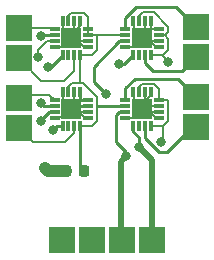
<source format=gtl>
G04 #@! TF.GenerationSoftware,KiCad,Pcbnew,7.0.1-3b83917a11~172~ubuntu22.04.1*
G04 #@! TF.CreationDate,2023-07-24T14:11:42+02:00*
G04 #@! TF.ProjectId,mag_touch2x2,6d61675f-746f-4756-9368-3278322e6b69,rev?*
G04 #@! TF.SameCoordinates,Original*
G04 #@! TF.FileFunction,Copper,L1,Top*
G04 #@! TF.FilePolarity,Positive*
%FSLAX46Y46*%
G04 Gerber Fmt 4.6, Leading zero omitted, Abs format (unit mm)*
G04 Created by KiCad (PCBNEW 7.0.1-3b83917a11~172~ubuntu22.04.1) date 2023-07-24 14:11:42*
%MOMM*%
%LPD*%
G01*
G04 APERTURE LIST*
G04 Aperture macros list*
%AMRoundRect*
0 Rectangle with rounded corners*
0 $1 Rounding radius*
0 $2 $3 $4 $5 $6 $7 $8 $9 X,Y pos of 4 corners*
0 Add a 4 corners polygon primitive as box body*
4,1,4,$2,$3,$4,$5,$6,$7,$8,$9,$2,$3,0*
0 Add four circle primitives for the rounded corners*
1,1,$1+$1,$2,$3*
1,1,$1+$1,$4,$5*
1,1,$1+$1,$6,$7*
1,1,$1+$1,$8,$9*
0 Add four rect primitives between the rounded corners*
20,1,$1+$1,$2,$3,$4,$5,0*
20,1,$1+$1,$4,$5,$6,$7,0*
20,1,$1+$1,$6,$7,$8,$9,0*
20,1,$1+$1,$8,$9,$2,$3,0*%
G04 Aperture macros list end*
G04 #@! TA.AperFunction,ComponentPad*
%ADD10R,2.286000X2.286000*%
G04 #@! TD*
G04 #@! TA.AperFunction,SMDPad,CuDef*
%ADD11RoundRect,0.007800X-0.412200X-0.122200X0.412200X-0.122200X0.412200X0.122200X-0.412200X0.122200X0*%
G04 #@! TD*
G04 #@! TA.AperFunction,SMDPad,CuDef*
%ADD12RoundRect,0.007800X0.122200X-0.412200X0.122200X0.412200X-0.122200X0.412200X-0.122200X-0.412200X0*%
G04 #@! TD*
G04 #@! TA.AperFunction,SMDPad,CuDef*
%ADD13R,1.680000X1.680000*%
G04 #@! TD*
G04 #@! TA.AperFunction,SMDPad,CuDef*
%ADD14RoundRect,0.225000X0.225000X0.250000X-0.225000X0.250000X-0.225000X-0.250000X0.225000X-0.250000X0*%
G04 #@! TD*
G04 #@! TA.AperFunction,ViaPad*
%ADD15C,0.800000*%
G04 #@! TD*
G04 #@! TA.AperFunction,Conductor*
%ADD16C,0.500000*%
G04 #@! TD*
G04 #@! TA.AperFunction,Conductor*
%ADD17C,0.250000*%
G04 #@! TD*
G04 #@! TA.AperFunction,Conductor*
%ADD18C,0.200000*%
G04 #@! TD*
G04 #@! TA.AperFunction,Conductor*
%ADD19C,1.000000*%
G04 #@! TD*
G04 APERTURE END LIST*
D10*
X32512000Y-44540000D03*
X32512000Y-42000000D03*
D11*
X26565000Y-42250000D03*
X26565000Y-42750000D03*
X26565000Y-43250000D03*
X26565000Y-43750000D03*
D12*
X27250000Y-44435000D03*
X27750000Y-44435000D03*
X28250000Y-44435000D03*
X28750000Y-44435000D03*
D11*
X29435000Y-43750000D03*
X29435000Y-43250000D03*
X29435000Y-42750000D03*
X29435000Y-42250000D03*
D12*
X28750000Y-41565000D03*
X28250000Y-41565000D03*
X27750000Y-41565000D03*
X27250000Y-41565000D03*
D13*
X28000000Y-43000000D03*
D14*
X23075000Y-54200000D03*
X21525000Y-54200000D03*
D11*
X26565000Y-48250000D03*
X26565000Y-48750000D03*
X26565000Y-49250000D03*
X26565000Y-49750000D03*
D12*
X27250000Y-50435000D03*
X27750000Y-50435000D03*
X28250000Y-50435000D03*
X28750000Y-50435000D03*
D11*
X29435000Y-49750000D03*
X29435000Y-49250000D03*
X29435000Y-48750000D03*
X29435000Y-48250000D03*
D12*
X28750000Y-47565000D03*
X28250000Y-47565000D03*
X27750000Y-47565000D03*
X27250000Y-47565000D03*
D13*
X28000000Y-49000000D03*
D10*
X17526000Y-50600000D03*
X17526000Y-48060000D03*
D11*
X20565000Y-48250000D03*
X20565000Y-48750000D03*
X20565000Y-49250000D03*
X20565000Y-49750000D03*
D12*
X21250000Y-50435000D03*
X21750000Y-50435000D03*
X22250000Y-50435000D03*
X22750000Y-50435000D03*
D11*
X23435000Y-49750000D03*
X23435000Y-49250000D03*
X23435000Y-48750000D03*
X23435000Y-48250000D03*
D12*
X22750000Y-47565000D03*
X22250000Y-47565000D03*
X21750000Y-47565000D03*
X21250000Y-47565000D03*
D13*
X22000000Y-49000000D03*
D10*
X28810000Y-60100000D03*
X26270000Y-60100000D03*
X23730000Y-60100000D03*
X21190000Y-60100000D03*
X17526000Y-44704000D03*
X17526000Y-42164000D03*
X32512000Y-50470000D03*
X32512000Y-47930000D03*
D11*
X20565000Y-42250000D03*
X20565000Y-42750000D03*
X20565000Y-43250000D03*
X20565000Y-43750000D03*
D12*
X21250000Y-44435000D03*
X21750000Y-44435000D03*
X22250000Y-44435000D03*
X22750000Y-44435000D03*
D11*
X23435000Y-43750000D03*
X23435000Y-43250000D03*
X23435000Y-42750000D03*
X23435000Y-42250000D03*
D12*
X22750000Y-41565000D03*
X22250000Y-41565000D03*
X21750000Y-41565000D03*
X21250000Y-41565000D03*
D13*
X22000000Y-43000000D03*
D15*
X28000000Y-43000000D03*
X28000000Y-49000000D03*
X22000000Y-49000000D03*
X22000000Y-43000000D03*
X19800000Y-54000000D03*
X29600000Y-51800000D03*
X30200000Y-45000500D03*
X19443000Y-48499500D03*
X19386562Y-42829500D03*
X24892000Y-47752000D03*
X26600000Y-53000000D03*
X19200000Y-44600000D03*
X19400000Y-50000000D03*
X20000000Y-45400000D03*
X20400000Y-50800000D03*
X27677511Y-52167561D03*
X26000000Y-45200000D03*
D16*
X27677511Y-52167561D02*
X28810000Y-53300050D01*
X28810000Y-53300050D02*
X28810000Y-60100000D01*
X26270000Y-60100000D02*
X26162000Y-59992000D01*
X26162000Y-59992000D02*
X26162000Y-53438000D01*
X26162000Y-53438000D02*
X26600000Y-53000000D01*
D17*
X28250000Y-50435000D02*
X28250000Y-51475305D01*
X28250000Y-51475305D02*
X29374695Y-52600000D01*
X29374695Y-52600000D02*
X30070000Y-52600000D01*
X30070000Y-52600000D02*
X32200000Y-50470000D01*
X32200000Y-50470000D02*
X32512000Y-50470000D01*
X26565000Y-48250000D02*
X26565000Y-47244950D01*
X26565000Y-47244950D02*
X27389950Y-46420000D01*
X27389950Y-46420000D02*
X31002000Y-46420000D01*
X31002000Y-46420000D02*
X32512000Y-47930000D01*
D18*
X22250000Y-50435000D02*
X22250000Y-51018630D01*
X22250000Y-51018630D02*
X21468630Y-51800000D01*
X21468630Y-51800000D02*
X18726000Y-51800000D01*
X18726000Y-51800000D02*
X17526000Y-50600000D01*
X20565000Y-48250000D02*
X20114500Y-47799500D01*
X20114500Y-47799500D02*
X17860500Y-47799500D01*
X17860500Y-47799500D02*
X17600000Y-48060000D01*
X22250000Y-44435000D02*
X22250000Y-45750000D01*
X22250000Y-45750000D02*
X21400000Y-46600000D01*
X21400000Y-46600000D02*
X19422000Y-46600000D01*
X19422000Y-46600000D02*
X17526000Y-44704000D01*
X20565000Y-42250000D02*
X20445000Y-42130000D01*
X20445000Y-42130000D02*
X17600000Y-42130000D01*
D17*
X26565000Y-42250000D02*
X26565000Y-41244950D01*
X26565000Y-41244950D02*
X27434950Y-40375000D01*
X27434950Y-40375000D02*
X30887000Y-40375000D01*
X30887000Y-40375000D02*
X32512000Y-42000000D01*
X28250000Y-44435000D02*
X28250000Y-45050000D01*
X28250000Y-45050000D02*
X28925000Y-45725000D01*
X28925000Y-45725000D02*
X31327000Y-45725000D01*
X31327000Y-45725000D02*
X32512000Y-44540000D01*
X19443000Y-42872500D02*
X19565500Y-42750000D01*
X19386562Y-42829500D02*
X19429562Y-42872500D01*
X19429562Y-42872500D02*
X19443000Y-42872500D01*
X19565500Y-42750000D02*
X20565000Y-42750000D01*
X24892000Y-47752000D02*
X23876000Y-46736000D01*
X23876000Y-46736000D02*
X23876000Y-45433950D01*
X23876000Y-45433950D02*
X26059950Y-43250000D01*
X26059950Y-43250000D02*
X26565000Y-43250000D01*
X27677511Y-52167561D02*
X27677511Y-51367561D01*
X27677511Y-51367561D02*
X27250000Y-50940050D01*
X27250000Y-50940050D02*
X27250000Y-50435000D01*
D18*
X29435000Y-48750000D02*
X28250000Y-48750000D01*
X22250000Y-48750000D02*
X22000000Y-49000000D01*
X21285000Y-42285000D02*
X22000000Y-43000000D01*
D19*
X19800000Y-54000000D02*
X20000000Y-54200000D01*
D18*
X28750000Y-47827800D02*
X28000000Y-48577800D01*
X22250000Y-49250000D02*
X22000000Y-49000000D01*
D17*
X23435000Y-48250000D02*
X22750000Y-48250000D01*
D18*
X23034695Y-43750000D02*
X22284695Y-43000000D01*
X27285000Y-47600000D02*
X27285000Y-48285000D01*
X29172200Y-49750000D02*
X28422200Y-49000000D01*
X27285000Y-49715000D02*
X28000000Y-49000000D01*
X28250000Y-43250000D02*
X28000000Y-43000000D01*
X22750000Y-41565000D02*
X22750000Y-41965305D01*
X23435000Y-49750000D02*
X23172200Y-49750000D01*
D17*
X23435000Y-48750000D02*
X22250000Y-48750000D01*
D18*
X28422200Y-49000000D02*
X28000000Y-49000000D01*
X28750000Y-42250000D02*
X28000000Y-43000000D01*
X20635000Y-49680000D02*
X21320000Y-49680000D01*
X27285000Y-41600000D02*
X27285000Y-42285000D01*
X28422200Y-43000000D02*
X28000000Y-43000000D01*
X28750000Y-47565000D02*
X28750000Y-47827800D01*
X22422200Y-49000000D02*
X22000000Y-49000000D01*
X26600000Y-43715000D02*
X27285000Y-43715000D01*
X22000000Y-42715305D02*
X22000000Y-43000000D01*
X27285000Y-48285000D02*
X28000000Y-49000000D01*
X20600000Y-43715000D02*
X21285000Y-43715000D01*
X29435000Y-43250000D02*
X28250000Y-43250000D01*
X22284695Y-43000000D02*
X22000000Y-43000000D01*
X26565000Y-43750000D02*
X26600000Y-43715000D01*
X27285000Y-42285000D02*
X28000000Y-43000000D01*
X21320000Y-49680000D02*
X22000000Y-49000000D01*
X22250000Y-47565000D02*
X22250000Y-48750000D01*
X28250000Y-49250000D02*
X28000000Y-49000000D01*
X29435000Y-49750000D02*
X29172200Y-49750000D01*
X28250000Y-41565000D02*
X28250000Y-42750000D01*
X21285000Y-48285000D02*
X22000000Y-49000000D01*
X21285000Y-43715000D02*
X22000000Y-43000000D01*
X29435000Y-43750000D02*
X29172200Y-43750000D01*
X27250000Y-47565000D02*
X27285000Y-47600000D01*
X22250000Y-43250000D02*
X22000000Y-43000000D01*
X22250000Y-41565000D02*
X22250000Y-42750000D01*
X22250000Y-42750000D02*
X22000000Y-43000000D01*
X27285000Y-43715000D02*
X28000000Y-43000000D01*
X22750000Y-41965305D02*
X22000000Y-42715305D01*
X27250000Y-41565000D02*
X27285000Y-41600000D01*
X21250000Y-47565000D02*
X21285000Y-47600000D01*
X23435000Y-49250000D02*
X22250000Y-49250000D01*
D17*
X22750000Y-47565000D02*
X22750000Y-48250000D01*
D18*
X29172200Y-43750000D02*
X28422200Y-43000000D01*
X21285000Y-47600000D02*
X21285000Y-48285000D01*
X28750000Y-41565000D02*
X28750000Y-42250000D01*
X29435000Y-49250000D02*
X28250000Y-49250000D01*
X20565000Y-43750000D02*
X20600000Y-43715000D01*
X23435000Y-43250000D02*
X22250000Y-43250000D01*
X20565000Y-49750000D02*
X20635000Y-49680000D01*
X28250000Y-47565000D02*
X28250000Y-48750000D01*
X26600000Y-49715000D02*
X27285000Y-49715000D01*
X29435000Y-42250000D02*
X28750000Y-42250000D01*
D19*
X20000000Y-54200000D02*
X21525000Y-54200000D01*
D18*
X28250000Y-42750000D02*
X28000000Y-43000000D01*
X23172200Y-49750000D02*
X22422200Y-49000000D01*
D17*
X22750000Y-48250000D02*
X22000000Y-49000000D01*
D18*
X28000000Y-48577800D02*
X28000000Y-49000000D01*
X23435000Y-43750000D02*
X23034695Y-43750000D01*
X21250000Y-41565000D02*
X21285000Y-41600000D01*
X26565000Y-49750000D02*
X26600000Y-49715000D01*
X21285000Y-41600000D02*
X21285000Y-42285000D01*
X28250000Y-48750000D02*
X28000000Y-49000000D01*
D17*
X19693500Y-48750000D02*
X20565000Y-48750000D01*
D18*
X23765000Y-44435000D02*
X22750000Y-44435000D01*
X24155000Y-48000305D02*
X24155000Y-49999695D01*
X23435000Y-41235000D02*
X23435000Y-42250000D01*
X29904695Y-42750000D02*
X30200000Y-43045305D01*
X22785000Y-50400000D02*
X22750000Y-50435000D01*
X23045000Y-40845000D02*
X23435000Y-41235000D01*
X28000305Y-46845000D02*
X28999695Y-46845000D01*
X22000305Y-40845000D02*
X23045000Y-40845000D01*
X29719695Y-50435000D02*
X28750000Y-50435000D01*
X22750000Y-44435000D02*
X22750000Y-46750000D01*
X29435000Y-48250000D02*
X30069400Y-48250000D01*
X23435000Y-42250000D02*
X23435000Y-42750000D01*
X22954695Y-46800000D02*
X24155000Y-48000305D01*
X22800000Y-46800000D02*
X22954695Y-46800000D01*
X29719695Y-44435000D02*
X28750000Y-44435000D01*
X24155000Y-49999695D02*
X23754695Y-50400000D01*
X28954695Y-40800000D02*
X30155000Y-42000305D01*
X22045305Y-46800000D02*
X22800000Y-46800000D01*
X21750000Y-47095305D02*
X22045305Y-46800000D01*
X29435000Y-42750000D02*
X29904695Y-42750000D01*
X23754695Y-50400000D02*
X22785000Y-50400000D01*
X21750000Y-47565000D02*
X21750000Y-47095305D01*
X30155000Y-42000305D02*
X30155000Y-42499695D01*
X27750000Y-41095305D02*
X28045305Y-40800000D01*
X24200000Y-42750000D02*
X24200000Y-43045305D01*
X27750000Y-47095305D02*
X28000305Y-46845000D01*
D17*
X22750000Y-50435000D02*
X22750000Y-53875000D01*
D18*
X29719695Y-50435000D02*
X29719695Y-51680305D01*
D17*
X22750000Y-53875000D02*
X23075000Y-54200000D01*
D18*
X23435000Y-42750000D02*
X24200000Y-42750000D01*
X30069400Y-48250000D02*
X30155000Y-48335600D01*
X30155000Y-49999695D02*
X29719695Y-50435000D01*
X21750000Y-41095305D02*
X22000305Y-40845000D01*
X21750000Y-41565000D02*
X21750000Y-41095305D01*
X29719695Y-44520195D02*
X29719695Y-44435000D01*
X27750000Y-41565000D02*
X27750000Y-41095305D01*
X29719695Y-51680305D02*
X29600000Y-51800000D01*
X30200000Y-45000500D02*
X29719695Y-44520195D01*
X30200000Y-43045305D02*
X30200000Y-43954695D01*
X30155000Y-48335600D02*
X30155000Y-49999695D01*
X24200000Y-43600000D02*
X24200000Y-44000000D01*
X30200000Y-43954695D02*
X29719695Y-44435000D01*
X24200000Y-43045305D02*
X24200000Y-43600000D01*
D17*
X19443000Y-48499500D02*
X19693500Y-48750000D01*
D18*
X28999695Y-46845000D02*
X29435000Y-47280305D01*
X29435000Y-47280305D02*
X29435000Y-48250000D01*
X24200000Y-44000000D02*
X23765000Y-44435000D01*
X28045305Y-40800000D02*
X28954695Y-40800000D01*
X30155000Y-42499695D02*
X29904695Y-42750000D01*
X22750000Y-46750000D02*
X22800000Y-46800000D01*
D17*
X26565000Y-48750000D02*
X24205000Y-48750000D01*
D18*
X24200000Y-42750000D02*
X26565000Y-42750000D01*
X27750000Y-47565000D02*
X27750000Y-47095305D01*
X19200000Y-44600000D02*
X19200000Y-44005305D01*
D17*
X19400000Y-50000000D02*
X19400000Y-49909950D01*
X19400000Y-49909950D02*
X20059950Y-49250000D01*
D18*
X19955305Y-43250000D02*
X20565000Y-43250000D01*
X19200000Y-44005305D02*
X19955305Y-43250000D01*
D17*
X25800000Y-49509950D02*
X25800000Y-51800000D01*
X26565000Y-49250000D02*
X26059950Y-49250000D01*
X25800000Y-51800000D02*
X26600000Y-52600000D01*
X20059950Y-49250000D02*
X20565000Y-49250000D01*
X26600000Y-52600000D02*
X26600000Y-53000000D01*
X26059950Y-49250000D02*
X25800000Y-49509950D01*
X21250000Y-50435000D02*
X20765000Y-50435000D01*
X20000000Y-45400000D02*
X20285000Y-45400000D01*
X20765000Y-50435000D02*
X20400000Y-50800000D01*
X26485000Y-45200000D02*
X27250000Y-44435000D01*
X26000000Y-45200000D02*
X26485000Y-45200000D01*
X20285000Y-45400000D02*
X21250000Y-44435000D01*
M02*

</source>
